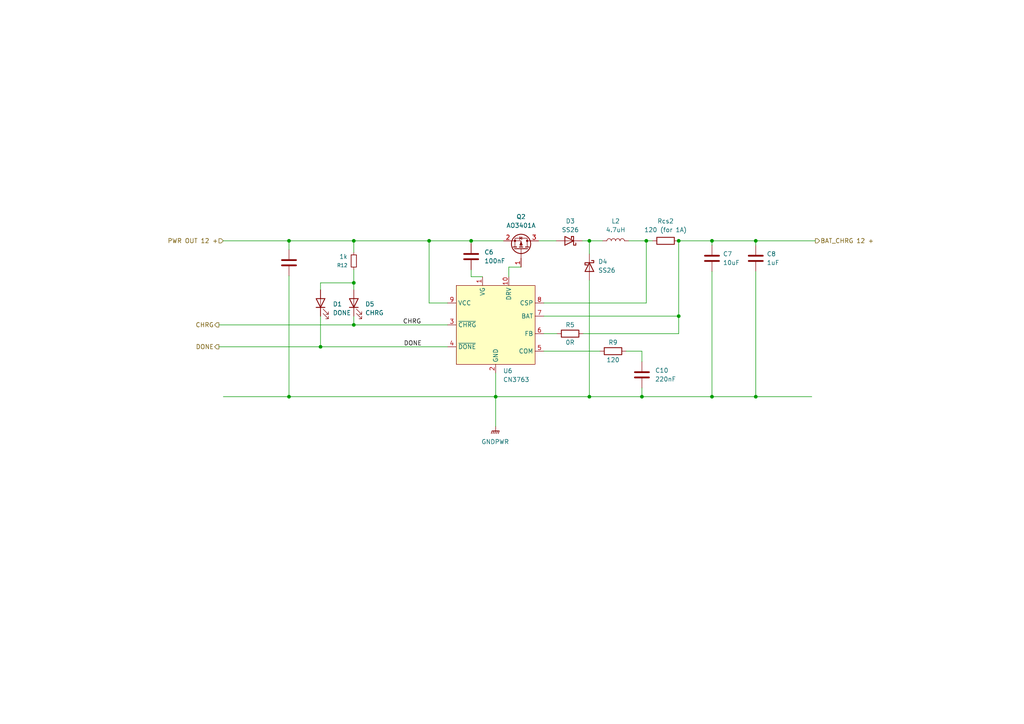
<source format=kicad_sch>
(kicad_sch (version 20250114) (generator "eeschema") (generator_version "9.0")
  (paper "A4")
  (lib_symbols
    (symbol "Battery_Management_Local:CN3762"
      (property "Reference" "U6" (at 2.1433 -13.335 0))
      (property "Value" "CN3763" (at 2.1433 -15.875 0))
      (symbol "CN3762_0_0"
        (pin power_in line (at -13.97 6.35 0) (length 2.54) (name "VCC") (number "9"))
        (pin bidirectional line (at -13.97 0 0) (length 2.54) (name "~{CHRG}") (number "3"))
        (pin bidirectional line (at -3.81 13.97 270) (length 2.54) (name "VG") (number "1"))
        (pin power_in line (at 0 -13.97 90) (length 2.54) (name "GND") (number "2"))
        (pin bidirectional line (at 3.81 13.97 270) (length 2.54) (name "DRV") (number "10"))
        (pin bidirectional line (at 13.97 6.35 180) (length 2.54) (name "CSP") (number "8"))
        (pin bidirectional line (at 13.97 2.54 180) (length 2.54) (name "BAT") (number "7"))
        (pin bidirectional line (at 13.97 -2.54 180) (length 2.54) (name "FB") (number "6"))
        (pin bidirectional line (at 13.97 -7.62 180) (length 2.54) (name "COM") (number "5"))
      )
      (symbol "CN3762_0_1"
        (rectangle (start -11.43 11.43) (end 11.43 -11.43) (fill (type background)))
      )
      (symbol "CN3762_1_0"
        (pin bidirectional line (at -13.97 -6.35 0) (length 2.54) (name "~{DONE}") (number "4"))
      )
    )
    (symbol "Device:C" (pin_numbers (hide yes)) (pin_names (offset 0.254))
      (property "Reference" "C" (at 0.635 2.54 0))
      (property "Value" "C" (at 0.635 -2.54 0))
      (symbol "C_0_1"
        (polyline (pts (xy -2.032 0.762) (xy 2.032 0.762)) (stroke (width 0.508)))
        (polyline (pts (xy -2.032 -0.762) (xy 2.032 -0.762)) (stroke (width 0.508)))
      )
      (symbol "C_1_1"
        (pin passive line (at 0 3.81 270) (length 2.794) (name "~") (number "1"))
        (pin passive line (at 0 -3.81 90) (length 2.794) (name "~") (number "2"))
      )
    )
    (symbol "Device:D_Schottky" (pin_numbers (hide yes)) (pin_names (offset 1.016) (hide yes))
      (property "Reference" "D" (at 0 2.54 0))
      (property "Value" "D_Schottky" (at 0 -2.54 0))
      (symbol "D_Schottky_0_1"
        (polyline (pts (xy -1.905 0.635) (xy -1.905 1.27) (xy -1.27 1.27) (xy -1.27 -1.27) (xy -0.635 -1.27) (xy -0.635 -0.635)) (stroke (width 0.254)))
        (polyline (pts (xy 1.27 1.27) (xy 1.27 -1.27) (xy -1.27 0) (xy 1.27 1.27)) (stroke (width 0.254)))
        (polyline (pts (xy 1.27 0) (xy -1.27 0)))
      )
      (symbol "D_Schottky_1_1"
        (pin passive line (at -3.81 0 0) (length 2.54) (name "K") (number "1"))
        (pin passive line (at 3.81 0 180) (length 2.54) (name "A") (number "2"))
      )
    )
    (symbol "Device:L" (pin_numbers (hide yes)) (pin_names (offset 1.016) (hide yes))
      (property "Reference" "L" (at -1.27 0 90))
      (property "Value" "L" (at 1.905 0 90))
      (symbol "L_0_1"
        (arc (start 0 2.54) (mid 0.6323 1.905) (end 0 1.27))
        (arc (start 0 1.27) (mid 0.6323 0.635) (end 0 0))
        (arc (start 0 0) (mid 0.6323 -0.635) (end 0 -1.27))
        (arc (start 0 -1.27) (mid 0.6323 -1.905) (end 0 -2.54))
      )
      (symbol "L_1_1"
        (pin passive line (at 0 3.81 270) (length 1.27) (name "1") (number "1"))
        (pin passive line (at 0 -3.81 90) (length 1.27) (name "2") (number "2"))
      )
    )
    (symbol "Device:LED" (pin_numbers (hide yes)) (pin_names (offset 1.016) (hide yes))
      (property "Reference" "D" (at 0 2.54 0))
      (property "Value" "LED" (at 0 -2.54 0))
      (symbol "LED_0_1"
        (polyline (pts (xy -3.048 -0.762) (xy -4.572 -2.286) (xy -3.81 -2.286) (xy -4.572 -2.286) (xy -4.572 -1.524)))
        (polyline (pts (xy -1.778 -0.762) (xy -3.302 -2.286) (xy -2.54 -2.286) (xy -3.302 -2.286) (xy -3.302 -1.524)))
        (polyline (pts (xy -1.27 0) (xy 1.27 0)))
        (polyline (pts (xy -1.27 -1.27) (xy -1.27 1.27)) (stroke (width 0.254)))
        (polyline (pts (xy 1.27 -1.27) (xy 1.27 1.27) (xy -1.27 0) (xy 1.27 -1.27)) (stroke (width 0.254)))
      )
      (symbol "LED_1_1"
        (pin passive line (at -3.81 0 0) (length 2.54) (name "K") (number "1"))
        (pin passive line (at 3.81 0 180) (length 2.54) (name "A") (number "2"))
      )
    )
    (symbol "Device:R" (pin_numbers (hide yes)) (pin_names (offset 0))
      (property "Reference" "R" (at 2.032 0 90))
      (property "Value" "R" (at 0 0 90))
      (symbol "R_0_1"
        (rectangle (start -1.016 -2.54) (end 1.016 2.54) (stroke (width 0.254)))
      )
      (symbol "R_1_1"
        (pin passive line (at 0 3.81 270) (length 1.27) (name "~") (number "1"))
        (pin passive line (at 0 -3.81 90) (length 1.27) (name "~") (number "2"))
      )
    )
    (symbol "Device:R_Small" (pin_numbers (hide yes)) (pin_names (offset 0.254) (hide yes))
      (property "Reference" "R" (at 0 0 90))
      (property "Value" "R_Small" (at 1.778 0 90))
      (symbol "R_Small_0_1"
        (rectangle (start -0.762 1.778) (end 0.762 -1.778) (stroke (width 0.2032)))
      )
      (symbol "R_Small_1_1"
        (pin passive line (at 0 2.54 270) (length 0.762) (name "~") (number "1"))
        (pin passive line (at 0 -2.54 90) (length 0.762) (name "~") (number "2"))
      )
    )
    (symbol "Transistor_FET:AO3401A" (pin_names (hide yes))
      (property "Reference" "Q" (at 5.08 1.905 0))
      (property "Value" "AO3401A" (at 5.08 0 0))
      (symbol "AO3401A_0_1"
        (polyline (pts (xy 0.254 1.905) (xy 0.254 -1.905)) (stroke (width 0.254)))
        (polyline (pts (xy 0.254 0) (xy -2.54 0)))
        (polyline (pts (xy 0.762 2.286) (xy 0.762 1.27)) (stroke (width 0.254)))
        (polyline (pts (xy 0.762 1.778) (xy 3.302 1.778) (xy 3.302 -1.778) (xy 0.762 -1.778)))
        (polyline (pts (xy 0.762 0.508) (xy 0.762 -0.508)) (stroke (width 0.254)))
        (polyline (pts (xy 0.762 -1.27) (xy 0.762 -2.286)) (stroke (width 0.254)))
        (circle (center 1.651 0) (radius 2.794) (stroke (width 0.254)))
        (polyline (pts (xy 2.286 0) (xy 1.27 0.381) (xy 1.27 -0.381) (xy 2.286 0)) (fill (type outline)))
        (polyline (pts (xy 2.54 2.54) (xy 2.54 1.778)))
        (circle (center 2.54 1.778) (radius 0.254) (fill (type outline)))
        (circle (center 2.54 -1.778) (radius 0.254) (fill (type outline)))
        (polyline (pts (xy 2.54 -2.54) (xy 2.54 0) (xy 0.762 0)))
        (polyline (pts (xy 2.794 -0.508) (xy 2.921 -0.381) (xy 3.683 -0.381) (xy 3.81 -0.254)))
        (polyline (pts (xy 3.302 -0.381) (xy 2.921 0.254) (xy 3.683 0.254) (xy 3.302 -0.381)))
      )
      (symbol "AO3401A_1_1"
        (pin input line (at -5.08 0 0) (length 2.54) (name "G") (number "1"))
        (pin passive line (at 2.54 5.08 270) (length 2.54) (name "D") (number "3"))
        (pin passive line (at 2.54 -5.08 90) (length 2.54) (name "S") (number "2"))
      )
    )
    (symbol "power:GNDPWR" (power) (pin_numbers (hide yes)) (pin_names (offset 0) (hide yes))
      (property "Value" "GNDPWR" (at 0 -3.302 0))
      (symbol "GNDPWR_0_1"
        (polyline (pts (xy -1.016 -1.27) (xy -1.27 -2.032) (xy -1.27 -2.032)) (stroke (width 0.2032)))
        (polyline (pts (xy -0.508 -1.27) (xy -0.762 -2.032) (xy -0.762 -2.032)) (stroke (width 0.2032)))
        (polyline (pts (xy 0 -1.27) (xy 0 0)))
        (polyline (pts (xy 0 -1.27) (xy -0.254 -2.032) (xy -0.254 -2.032)) (stroke (width 0.2032)))
        (polyline (pts (xy 0.508 -1.27) (xy 0.254 -2.032) (xy 0.254 -2.032)) (stroke (width 0.2032)))
        (polyline (pts (xy 1.016 -1.27) (xy -1.016 -1.27) (xy -1.016 -1.27)) (stroke (width 0.2032)))
        (polyline (pts (xy 1.016 -1.27) (xy 0.762 -2.032) (xy 0.762 -2.032) (xy 0.762 -2.032)) (stroke (width 0.2032)))
      )
      (symbol "GNDPWR_1_1"
        (pin power_in line (at 0 0 270) (length 0) (name "~") (number "1"))
      )
    )
  )
  (junction (at 186.182 115.062))
  (junction (at 187.452 69.85))
  (junction (at 124.46 69.85))
  (junction (at 206.502 69.85))
  (junction (at 102.616 94.234))
  (junction (at 102.616 82.042))
  (junction (at 196.85 69.85))
  (junction (at 83.82 69.85))
  (junction (at 92.964 100.584))
  (junction (at 83.82 115.062))
  (junction (at 196.85 91.694))
  (junction (at 206.502 115.062))
  (junction (at 170.942 115.062))
  (junction (at 136.652 69.85))
  (junction (at 170.942 69.85))
  (junction (at 219.202 115.062))
  (junction (at 143.764 115.062))
  (junction (at 102.616 69.85))
  (junction (at 219.202 69.85))
  (wire (pts (xy 219.202 78.74) (xy 219.202 115.062)))
  (wire (pts (xy 181.61 101.854) (xy 186.182 101.854)))
  (wire (pts (xy 157.734 87.884) (xy 187.452 87.884)))
  (wire (pts (xy 63.5 100.584) (xy 92.964 100.584)))
  (wire (pts (xy 196.85 69.85) (xy 196.85 91.694)))
  (wire (pts (xy 136.652 69.85) (xy 124.46 69.85)))
  (wire (pts (xy 146.05 69.85) (xy 136.652 69.85)))
  (wire (pts (xy 147.574 77.47) (xy 151.13 77.47)))
  (wire (pts (xy 170.942 69.85) (xy 174.752 69.85)))
  (wire (pts (xy 102.616 94.234) (xy 63.5 94.234)))
  (wire (pts (xy 102.616 91.694) (xy 102.616 94.234)))
  (wire (pts (xy 102.616 69.85) (xy 102.616 73.152)))
  (wire (pts (xy 157.734 101.854) (xy 173.99 101.854)))
  (wire (pts (xy 168.91 69.85) (xy 170.942 69.85)))
  (wire (pts (xy 102.616 78.232) (xy 102.616 82.042)))
  (wire (pts (xy 129.794 94.234) (xy 102.616 94.234)))
  (wire (pts (xy 187.452 69.85) (xy 187.452 87.884)))
  (wire (pts (xy 92.964 91.694) (xy 92.964 100.584)))
  (wire (pts (xy 83.82 69.85) (xy 102.616 69.85)))
  (wire (pts (xy 92.964 84.074) (xy 92.964 82.042)))
  (wire (pts (xy 206.502 69.85) (xy 206.502 71.12)))
  (wire (pts (xy 206.502 69.85) (xy 219.202 69.85)))
  (wire (pts (xy 83.82 115.062) (xy 143.764 115.062)))
  (wire (pts (xy 156.21 69.85) (xy 161.29 69.85)))
  (wire (pts (xy 92.964 100.584) (xy 129.794 100.584)))
  (wire (pts (xy 219.202 69.85) (xy 219.202 71.12)))
  (wire (pts (xy 196.85 91.694) (xy 196.85 96.774)))
  (wire (pts (xy 136.652 69.85) (xy 136.652 70.612)))
  (wire (pts (xy 186.182 115.062) (xy 186.182 112.522)))
  (wire (pts (xy 169.164 96.774) (xy 196.85 96.774)))
  (wire (pts (xy 187.452 69.85) (xy 189.23 69.85)))
  (wire (pts (xy 64.77 115.062) (xy 83.82 115.062)))
  (wire (pts (xy 124.46 87.884) (xy 129.794 87.884)))
  (wire (pts (xy 124.46 69.85) (xy 124.46 87.884)))
  (wire (pts (xy 83.82 80.01) (xy 83.82 115.062)))
  (wire (pts (xy 136.652 80.264) (xy 139.954 80.264)))
  (wire (pts (xy 143.764 115.062) (xy 143.764 123.698)))
  (wire (pts (xy 170.942 115.062) (xy 186.182 115.062)))
  (wire (pts (xy 83.82 69.85) (xy 83.82 72.39)))
  (wire (pts (xy 219.202 69.85) (xy 236.474 69.85)))
  (wire (pts (xy 170.942 81.28) (xy 170.942 115.062)))
  (wire (pts (xy 102.616 82.042) (xy 102.616 84.074)))
  (wire (pts (xy 186.182 101.854) (xy 186.182 104.902)))
  (wire (pts (xy 196.85 69.85) (xy 206.502 69.85)))
  (wire (pts (xy 157.734 96.774) (xy 161.544 96.774)))
  (wire (pts (xy 102.616 69.85) (xy 124.46 69.85)))
  (wire (pts (xy 143.764 115.062) (xy 170.942 115.062)))
  (wire (pts (xy 136.652 78.232) (xy 136.652 80.264)))
  (wire (pts (xy 206.502 115.062) (xy 186.182 115.062)))
  (wire (pts (xy 206.502 115.062) (xy 219.202 115.062)))
  (wire (pts (xy 170.942 69.85) (xy 170.942 73.66)))
  (wire (pts (xy 206.502 78.74) (xy 206.502 115.062)))
  (wire (pts (xy 147.574 80.264) (xy 147.574 77.47)))
  (wire (pts (xy 64.77 69.85) (xy 83.82 69.85)))
  (wire (pts (xy 219.202 115.062) (xy 235.458 115.062)))
  (wire (pts (xy 182.372 69.85) (xy 187.452 69.85)))
  (wire (pts (xy 157.734 91.694) (xy 196.85 91.694)))
  (wire (pts (xy 92.964 82.042) (xy 102.616 82.042)))
  (wire (pts (xy 143.764 108.204) (xy 143.764 115.062)))
  (label "DONE" (at 117.094 100.584 0))
  (label "CHRG" (at 116.84 94.234 0))
  (hierarchical_label "BAT_CHRG 12 +" (shape output) (at 236.474 69.85 0))
  (hierarchical_label "PWR OUT 12 +" (shape input) (at 64.77 69.85 180))
  (hierarchical_label "CHRG" (shape output) (at 63.5 94.234 180))
  (hierarchical_label "DONE" (shape output) (at 63.5 100.584 180))
  (symbol (lib_id "Device:R") (at 193.04 69.85 90) (unit 1)
    (property "Reference" "Rcs2" (at 193.04 64.135 90))
    (property "Value" "120 (for 1A)" (at 193.04 66.675 90))
    (property "Footprint" "Resistor_SMD:R_2512_6332Metric_Pad1.40x3.35mm_HandSolder" (effects (hide yes)))
  )
  (symbol (lib_id "Device:R") (at 177.8 101.854 270) (unit 1)
    (property "Reference" "R9" (at 177.8 99.314 90))
    (property "Value" "120" (at 177.8 104.394 90))
    (property "Footprint" "Resistor_SMD:R_0805_2012Metric_Pad1.20x1.40mm_HandSolder" (effects (hide yes)))
  )
  (symbol (lib_id "Transistor_FET:AO3401A") (at 151.13 72.39 270) (mirror x) (unit 1)
    (property "Reference" "Q2" (at 151.13 62.865 90))
    (property "Value" "AO3401A" (at 151.13 65.405 90))
    (property "Footprint" "Package_TO_SOT_SMD:SOT-23" (effects (hide yes)))
    (property "Datasheet" "http://www.aosmd.com/pdfs/datasheet/AO3401A.pdf" (effects (hide yes)))
  )
  (symbol (lib_id "Device:R_Small") (at 102.616 75.692 180) (unit 1)
    (property "Reference" "R12" (at 100.838 76.9621 0) (effects (font (size 1.016 1.016)) (justify left)))
    (property "Value" "1k" (at 100.838 74.4221 0) (effects (justify left)))
    (property "Footprint" "Resistor_SMD:R_0805_2012Metric_Pad1.20x1.40mm_HandSolder" (effects (hide yes)))
    (property "Description" "Resistor, small symbol" (effects (hide yes)))
  )
  (symbol (lib_id "Device:C") (at 219.202 74.93 0) (unit 1)
    (property "Reference" "C8" (at 222.377 73.6599 0) (effects (justify left)))
    (property "Value" "1uF" (at 222.377 76.1999 0) (effects (justify left)))
    (property "Footprint" "Capacitor_SMD:C_0805_2012Metric_Pad1.18x1.45mm_HandSolder" (effects (hide yes)))
  )
  (symbol (lib_id "Battery_Management_Local:CN3762") (at 143.764 94.234 0) (unit 1)
    (property "Reference" "U6" (at 145.9073 107.569 0) (effects (justify left)))
    (property "Value" "CN3763" (at 145.9073 110.109 0) (effects (justify left)))
    (property "Footprint" "Package_SO:SSOP-10_3.9x4.9mm_P1.00mm" (effects (hide yes)))
    (property "Datasheet" "https://datasheet4u.com/pdf-down/C/N/3/CN3762-CONSONANCE.pdf" (effects (hide yes)))
  )
  (symbol (lib_id "Device:L") (at 178.562 69.85 90) (unit 1)
    (property "Reference" "L2" (at 178.562 64.135 90))
    (property "Value" "4.7uH" (at 178.562 66.675 90))
    (property "Footprint" "Inductor_SMD:L_TDK_VLS6045EX_VLS6045AF" (effects (hide yes)))
  )
  (symbol (lib_id "Device:R") (at 165.354 96.774 90) (unit 1)
    (property "Reference" "R5" (at 165.354 94.234 90))
    (property "Value" "0R" (at 165.354 99.314 90))
    (property "Footprint" "Resistor_SMD:R_0805_2012Metric_Pad1.20x1.40mm_HandSolder" (effects (hide yes)))
  )
  (symbol (lib_id "Device:D_Schottky") (at 170.942 77.47 270) (unit 1)
    (property "Reference" "D4" (at 173.482 75.8824 90) (effects (justify left)))
    (property "Value" "SS26" (at 173.482 78.4224 90) (effects (justify left)))
    (property "Footprint" "Diode_SMD:D_SMA" (effects (hide yes)))
  )
  (symbol (lib_id "Device:C") (at 136.652 74.422 0) (unit 1)
    (property "Reference" "C6" (at 140.462 73.1519 0) (effects (justify left)))
    (property "Value" "100nF" (at 140.462 75.6919 0) (effects (justify left)))
    (property "Footprint" "Capacitor_SMD:C_0805_2012Metric_Pad1.18x1.45mm_HandSolder" (effects (hide yes)))
  )
  (symbol (lib_id "Device:C") (at 83.82 76.2 0) (unit 1)
    (property "Reference" "C9" (effects (hide yes)))
    (property "Value" "10uF" (effects (hide yes)))
    (property "Footprint" "Capacitor_SMD:C_1210_3225Metric_Pad1.33x2.70mm_HandSolder" (effects (hide yes)))
  )
  (symbol (lib_id "Device:C") (at 186.182 108.712 0) (unit 1)
    (property "Reference" "C10" (at 189.992 107.4419 0) (effects (justify left)))
    (property "Value" "220nF" (at 189.992 109.9819 0) (effects (justify left)))
    (property "Footprint" "Capacitor_SMD:C_0805_2012Metric_Pad1.18x1.45mm_HandSolder" (effects (hide yes)))
  )
  (symbol (lib_id "Device:LED") (at 92.964 87.884 90) (unit 1)
    (property "Reference" "D1" (at 96.52 88.2014 90) (effects (justify right)))
    (property "Value" "DONE" (at 96.52 90.7414 90) (effects (justify right)))
    (property "Footprint" "LED_SMD:LED_0603_1608Metric_Pad1.05x0.95mm_HandSolder" (effects (hide yes)))
    (property "Description" "Light emitting diode" (effects (hide yes)))
    (property "Sim.Pins" "1=K 2=A" (effects (hide yes)))
  )
  (symbol (lib_id "Device:C") (at 206.502 74.93 0) (unit 1)
    (property "Reference" "C7" (at 209.677 73.6599 0) (effects (justify left)))
    (property "Value" "10uF" (at 209.677 76.1999 0) (effects (justify left)))
    (property "Footprint" "Capacitor_SMD:C_1210_3225Metric_Pad1.33x2.70mm_HandSolder" (effects (hide yes)))
  )
  (symbol (lib_id "Device:LED") (at 102.616 87.884 90) (unit 1)
    (property "Reference" "D5" (at 105.918 88.2014 90) (effects (justify right)))
    (property "Value" "CHRG" (at 105.918 90.7414 90) (effects (justify right)))
    (property "Footprint" "LED_SMD:LED_0603_1608Metric_Pad1.05x0.95mm_HandSolder" (effects (hide yes)))
    (property "Description" "Light emitting diode" (effects (hide yes)))
    (property "Sim.Pins" "1=K 2=A" (effects (hide yes)))
  )
  (symbol (lib_id "Device:D_Schottky") (at 165.1 69.85 180) (unit 1)
    (property "Reference" "D3" (at 165.4175 64.135 0))
    (property "Value" "SS26" (at 165.4175 66.675 0))
    (property "Footprint" "Diode_SMD:D_SMA" (effects (hide yes)))
  )
  (symbol (lib_id "power:GNDPWR") (at 143.764 123.698 0) (unit 1)
    (property "Reference" "#PWR018" (effects (hide yes)))
    (property "Value" "GNDPWR" (at 143.637 128.143 0))
    (property "Description" "Power symbol creates a global label with name \"GNDPWR\" , global ground" (effects (hide yes)))
  )
)
</source>
